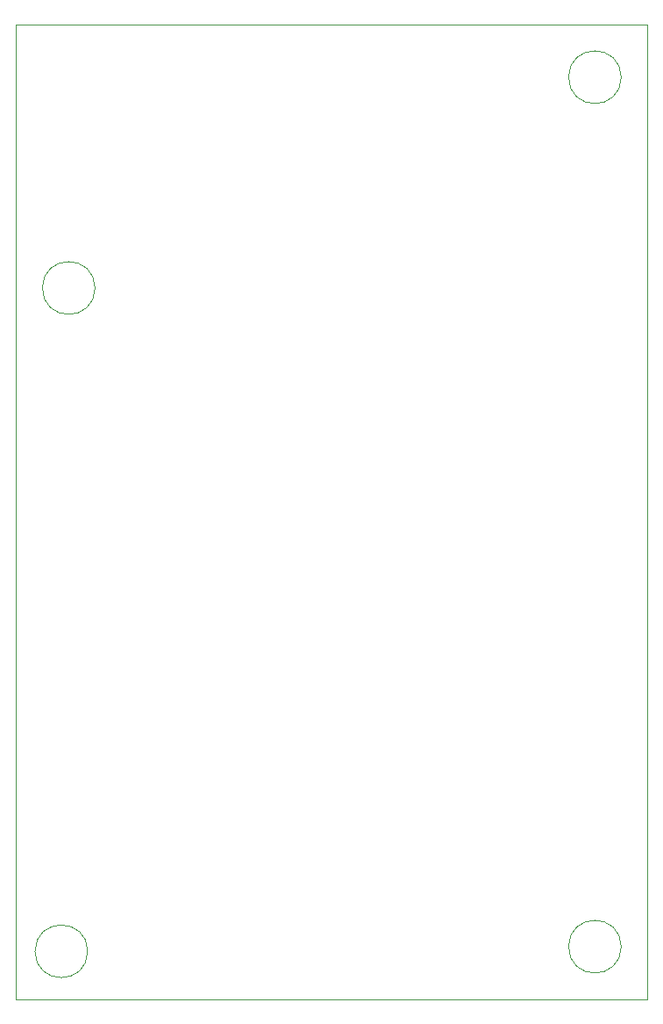
<source format=gbr>
%TF.GenerationSoftware,KiCad,Pcbnew,8.0.5*%
%TF.CreationDate,2024-10-11T15:03:24+01:00*%
%TF.ProjectId,ribboncontroller,72696262-6f6e-4636-9f6e-74726f6c6c65,rev?*%
%TF.SameCoordinates,Original*%
%TF.FileFunction,Profile,NP*%
%FSLAX46Y46*%
G04 Gerber Fmt 4.6, Leading zero omitted, Abs format (unit mm)*
G04 Created by KiCad (PCBNEW 8.0.5) date 2024-10-11 15:03:24*
%MOMM*%
%LPD*%
G01*
G04 APERTURE LIST*
%TA.AperFunction,Profile*%
%ADD10C,0.050000*%
%TD*%
G04 APERTURE END LIST*
D10*
X73660000Y-17780000D02*
G75*
G02*
X68580000Y-17780000I-2540000J0D01*
G01*
X68580000Y-17780000D02*
G75*
G02*
X73660000Y-17780000I2540000J0D01*
G01*
X73660000Y-101600000D02*
G75*
G02*
X68580000Y-101600000I-2540000J0D01*
G01*
X68580000Y-101600000D02*
G75*
G02*
X73660000Y-101600000I2540000J0D01*
G01*
X22150328Y-102048299D02*
G75*
G02*
X17070328Y-102048299I-2540000J0D01*
G01*
X17070328Y-102048299D02*
G75*
G02*
X22150328Y-102048299I2540000J0D01*
G01*
X22860000Y-38100000D02*
G75*
G02*
X17780000Y-38100000I-2540000J0D01*
G01*
X17780000Y-38100000D02*
G75*
G02*
X22860000Y-38100000I2540000J0D01*
G01*
X15240000Y-12700000D02*
X76200000Y-12700000D01*
X76200000Y-106680000D01*
X15240000Y-106680000D01*
X15240000Y-12700000D01*
M02*

</source>
